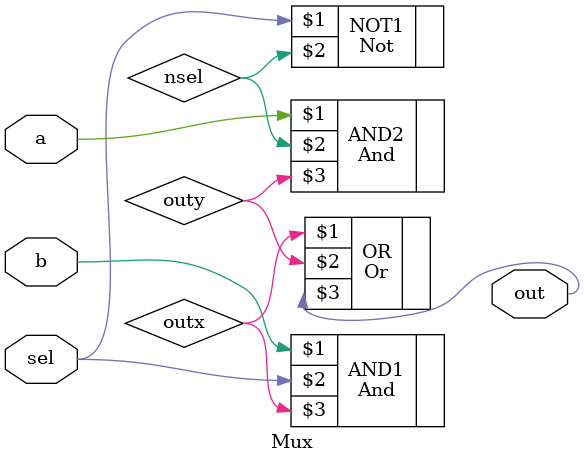
<source format=v>
/**
 * Multiplexor:
 * out = a if sel == 0
 *       b otherwise
 */

`default_nettype none
module Mux(
    input a,
    input b,
    input sel,
    output out
);

    // Put your code here:
    wire nsel;
    wire outx;
    wire outy;

    Not NOT1(sel, nsel);
    And AND1(b, sel, outx);
    And AND2(a, nsel, outy);
    Or OR(outx, outy, out);
endmodule

</source>
